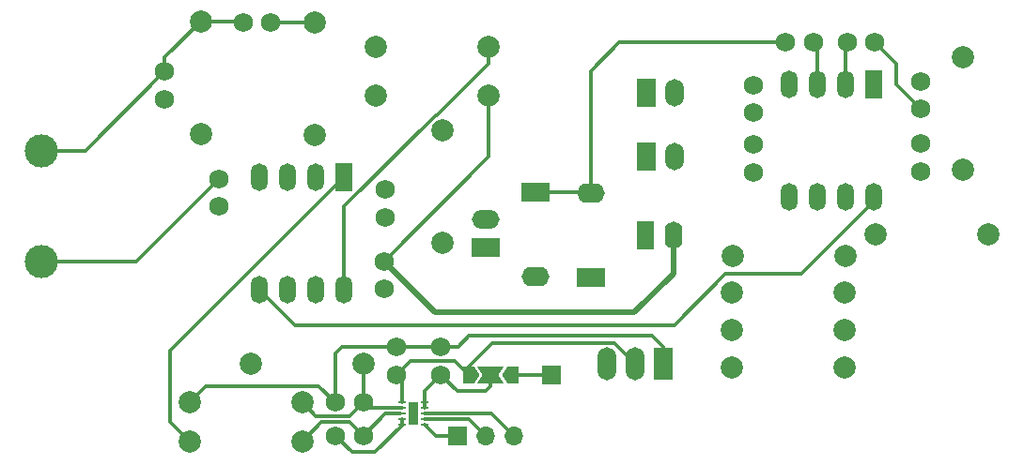
<source format=gtl>
%TF.GenerationSoftware,KiCad,Pcbnew,9.0.0*%
%TF.CreationDate,2025-03-10T12:33:28+01:00*%
%TF.ProjectId,project git rev,70726f6a-6563-4742-9067-697420726576,rev?*%
%TF.SameCoordinates,Original*%
%TF.FileFunction,Copper,L1,Top*%
%TF.FilePolarity,Positive*%
%FSLAX46Y46*%
G04 Gerber Fmt 4.6, Leading zero omitted, Abs format (unit mm)*
G04 Created by KiCad (PCBNEW 9.0.0) date 2025-03-10 12:33:28*
%MOMM*%
%LPD*%
G01*
G04 APERTURE LIST*
G04 Aperture macros list*
%AMRoundRect*
0 Rectangle with rounded corners*
0 $1 Rounding radius*
0 $2 $3 $4 $5 $6 $7 $8 $9 X,Y pos of 4 corners*
0 Add a 4 corners polygon primitive as box body*
4,1,4,$2,$3,$4,$5,$6,$7,$8,$9,$2,$3,0*
0 Add four circle primitives for the rounded corners*
1,1,$1+$1,$2,$3*
1,1,$1+$1,$4,$5*
1,1,$1+$1,$6,$7*
1,1,$1+$1,$8,$9*
0 Add four rect primitives between the rounded corners*
20,1,$1+$1,$2,$3,$4,$5,0*
20,1,$1+$1,$4,$5,$6,$7,0*
20,1,$1+$1,$6,$7,$8,$9,0*
20,1,$1+$1,$8,$9,$2,$3,0*%
%AMFreePoly0*
4,1,6,1.000000,0.000000,0.500000,-0.750000,-0.500000,-0.750000,-0.500000,0.750000,0.500000,0.750000,1.000000,0.000000,1.000000,0.000000,$1*%
%AMFreePoly1*
4,1,7,0.700000,0.000000,1.200000,-0.750000,-1.200000,-0.750000,-0.700000,0.000000,-1.200000,0.750000,1.200000,0.750000,0.700000,0.000000,0.700000,0.000000,$1*%
G04 Aperture macros list end*
%TA.AperFunction,ComponentPad*%
%ADD10C,2.000000*%
%TD*%
%TA.AperFunction,ComponentPad*%
%ADD11C,1.750000*%
%TD*%
%TA.AperFunction,SMDPad,CuDef*%
%ADD12FreePoly0,0.000000*%
%TD*%
%TA.AperFunction,SMDPad,CuDef*%
%ADD13FreePoly1,0.000000*%
%TD*%
%TA.AperFunction,SMDPad,CuDef*%
%ADD14FreePoly0,180.000000*%
%TD*%
%TA.AperFunction,ComponentPad*%
%ADD15R,2.500000X1.750000*%
%TD*%
%TA.AperFunction,ComponentPad*%
%ADD16O,2.500000X1.750000*%
%TD*%
%TA.AperFunction,ComponentPad*%
%ADD17R,1.700000X2.500000*%
%TD*%
%TA.AperFunction,ComponentPad*%
%ADD18O,1.700000X2.500000*%
%TD*%
%TA.AperFunction,ComponentPad*%
%ADD19R,2.500000X1.700000*%
%TD*%
%TA.AperFunction,ComponentPad*%
%ADD20O,2.500000X1.700000*%
%TD*%
%TA.AperFunction,ComponentPad*%
%ADD21R,1.700000X3.000000*%
%TD*%
%TA.AperFunction,ComponentPad*%
%ADD22O,1.700000X3.000000*%
%TD*%
%TA.AperFunction,ComponentPad*%
%ADD23R,1.700000X1.700000*%
%TD*%
%TA.AperFunction,ComponentPad*%
%ADD24O,1.700000X1.700000*%
%TD*%
%TA.AperFunction,ComponentPad*%
%ADD25C,3.000000*%
%TD*%
%TA.AperFunction,ComponentPad*%
%ADD26R,1.500000X2.500000*%
%TD*%
%TA.AperFunction,ComponentPad*%
%ADD27O,1.500000X2.500000*%
%TD*%
%TA.AperFunction,SMDPad,CuDef*%
%ADD28RoundRect,0.062500X-0.300000X-0.062500X0.300000X-0.062500X0.300000X0.062500X-0.300000X0.062500X0*%
%TD*%
%TA.AperFunction,HeatsinkPad*%
%ADD29R,0.900000X2.000000*%
%TD*%
%TA.AperFunction,ComponentPad*%
%ADD30R,1.600000X2.500000*%
%TD*%
%TA.AperFunction,ComponentPad*%
%ADD31O,1.600000X2.500000*%
%TD*%
%TA.AperFunction,Conductor*%
%ADD32C,0.300000*%
%TD*%
%TA.AperFunction,Conductor*%
%ADD33C,0.500000*%
%TD*%
G04 APERTURE END LIST*
D10*
%TO.P,R5,1*%
%TO.N,Net-(LM567CN1-Output)*%
X200800000Y-103350000D03*
%TO.P,R5,2*%
%TO.N,GND*%
X190640000Y-103350000D03*
%TD*%
D11*
%TO.P,C11,1*%
%TO.N,Net-(U1A--)*%
X146400000Y-99300000D03*
%TO.P,C11,2*%
%TO.N,MIC*%
X146400000Y-101800000D03*
%TD*%
D12*
%TO.P,JP1,1,A*%
%TO.N,+5V*%
X153945000Y-116000000D03*
D13*
%TO.P,JP1,2,C*%
%TO.N,Net-(JP1-C)*%
X155945000Y-116000000D03*
D14*
%TO.P,JP1,3,B*%
%TO.N,Net-(J3-Pin_1)*%
X157945000Y-116000000D03*
%TD*%
D11*
%TO.P,C9,1*%
%TO.N,+5V*%
X194650000Y-95150000D03*
%TO.P,C9,2*%
%TO.N,GND*%
X194650000Y-97650000D03*
%TD*%
D10*
%TO.P,R10,1*%
%TO.N,Net-(U2-AVdd)*%
X138945000Y-118500000D03*
%TO.P,R10,2*%
%TO.N,GND*%
X128785000Y-118500000D03*
%TD*%
D11*
%TO.P,C3,1*%
%TO.N,GND*%
X194650000Y-92000000D03*
%TO.P,C3,2*%
%TO.N,Net-(LM567CN1-Output_Filter)*%
X194650000Y-89500000D03*
%TD*%
%TO.P,C2,1*%
%TO.N,GND*%
X190550000Y-86000000D03*
%TO.P,C2,2*%
%TO.N,Net-(LM567CN1-Loop_Filter)*%
X188050000Y-86000000D03*
%TD*%
D10*
%TO.P,R13,1*%
%TO.N,Net-(LM567CN1-Timing_Capacitor)*%
X187850000Y-108580000D03*
%TO.P,R13,2*%
%TO.N,Net-(LM567CN1-Timing_Resistor)*%
X177690000Y-108580000D03*
%TD*%
D11*
%TO.P,C15,1*%
%TO.N,GND*%
X141945000Y-118500000D03*
%TO.P,C15,2*%
%TO.N,Net-(U2-AVdd)*%
X144445000Y-118500000D03*
%TD*%
D10*
%TO.P,R1,1*%
%TO.N,Net-(MK1-+)*%
X129800000Y-84100000D03*
%TO.P,R1,2*%
%TO.N,GND*%
X129800000Y-94260000D03*
%TD*%
%TO.P,R2,1*%
%TO.N,MIC*%
X151550000Y-104050000D03*
%TO.P,R2,2*%
%TO.N,Net-(U1A--)*%
X151550000Y-93890000D03*
%TD*%
D15*
%TO.P,D2,1,K*%
%TO.N,MIC*%
X164950000Y-107200000D03*
D16*
%TO.P,D2,2,A*%
%TO.N,Signal*%
X164950000Y-99580000D03*
%TD*%
D11*
%TO.P,C10,1*%
%TO.N,GND*%
X126550000Y-91100000D03*
%TO.P,C10,2*%
%TO.N,Net-(MK1-+)*%
X126550000Y-88600000D03*
%TD*%
D17*
%TO.P,J7,1,Pin_1*%
%TO.N,+5V*%
X169975000Y-90575000D03*
D18*
%TO.P,J7,2,Pin_2*%
%TO.N,GND*%
X172515000Y-90575000D03*
%TD*%
D10*
%TO.P,R6,1*%
%TO.N,MIC*%
X128785000Y-122000000D03*
%TO.P,R6,2*%
%TO.N,Net-(U2-Ain+)*%
X138945000Y-122000000D03*
%TD*%
%TO.P,R3,1*%
%TO.N,Net-(C5-Pad2)*%
X140100000Y-84220000D03*
%TO.P,R3,2*%
%TO.N,Net-(U1A--)*%
X140100000Y-94380000D03*
%TD*%
%TO.P,R7,1*%
%TO.N,Net-(U2-AVdd)*%
X144445000Y-115000000D03*
%TO.P,R7,2*%
%TO.N,+5V*%
X134285000Y-115000000D03*
%TD*%
%TO.P,R14,1*%
%TO.N,Net-(LM567CN1-Timing_Capacitor)*%
X187880000Y-105250000D03*
%TO.P,R14,2*%
%TO.N,Net-(LM567CN1-Timing_Resistor)*%
X177720000Y-105250000D03*
%TD*%
D11*
%TO.P,C4,1*%
%TO.N,GND*%
X179600000Y-92350000D03*
%TO.P,C4,2*%
%TO.N,+5V*%
X179600000Y-89850000D03*
%TD*%
D17*
%TO.P,J11,1,Pin_1*%
%TO.N,+5V*%
X169950000Y-96300000D03*
D18*
%TO.P,J11,2,Pin_2*%
%TO.N,GND*%
X172490000Y-96300000D03*
%TD*%
D11*
%TO.P,C6,1*%
%TO.N,+5V*%
X131425000Y-100800000D03*
%TO.P,C6,2*%
%TO.N,GND*%
X131425000Y-98300000D03*
%TD*%
%TO.P,C5,1*%
%TO.N,Net-(MK1-+)*%
X133600000Y-84200000D03*
%TO.P,C5,2*%
%TO.N,Net-(C5-Pad2)*%
X136100000Y-84200000D03*
%TD*%
D19*
%TO.P,J4,1,Pin_1*%
%TO.N,MIC*%
X155500000Y-104550000D03*
D20*
%TO.P,J4,2,Pin_2*%
%TO.N,Signal*%
X155500000Y-102010000D03*
%TD*%
D11*
%TO.P,C1,1*%
%TO.N,Net-(LM567CN1-Timing_Capacitor)*%
X179600000Y-97700000D03*
%TO.P,C1,2*%
%TO.N,GND*%
X179600000Y-95200000D03*
%TD*%
%TO.P,C12,1*%
%TO.N,Signal*%
X182500000Y-86000000D03*
%TO.P,C12,2*%
%TO.N,Net-(LM567CN1-Signal)*%
X185000000Y-86000000D03*
%TD*%
D21*
%TO.P,J1,1,Pin_1*%
%TO.N,GND*%
X171500000Y-115000000D03*
D22*
%TO.P,J1,2,Pin_2*%
%TO.N,+5V*%
X168960000Y-115000000D03*
%TO.P,J1,3,Pin_3*%
%TO.N,State*%
X166420000Y-115000000D03*
%TD*%
D10*
%TO.P,R8,1*%
%TO.N,Net-(U1A-+)*%
X145600000Y-90800000D03*
%TO.P,R8,2*%
%TO.N,GND*%
X155760000Y-90800000D03*
%TD*%
D11*
%TO.P,C13,1*%
%TO.N,Net-(U2-Ain+)*%
X144445000Y-121500000D03*
%TO.P,C13,2*%
%TO.N,GND*%
X141945000Y-121500000D03*
%TD*%
D23*
%TO.P,J2,1,Pin_1*%
%TO.N,Net-(J2-Pin_1)*%
X152920000Y-121500000D03*
D24*
%TO.P,J2,2,Pin_2*%
%TO.N,Net-(J2-Pin_2)*%
X155460000Y-121500000D03*
%TO.P,J2,3,Pin_3*%
%TO.N,Net-(J2-Pin_3)*%
X158000000Y-121500000D03*
%TD*%
D25*
%TO.P,MK1,1,-*%
%TO.N,GND*%
X115407163Y-105750000D03*
%TO.P,MK1,2,+*%
%TO.N,Net-(MK1-+)*%
X115407163Y-95750000D03*
%TD*%
D11*
%TO.P,C16,1*%
%TO.N,+5V*%
X147445000Y-116000000D03*
%TO.P,C16,2*%
%TO.N,GND*%
X147445000Y-113500000D03*
%TD*%
D26*
%TO.P,LM567CN1,1,Output_Filter*%
%TO.N,Net-(LM567CN1-Output_Filter)*%
X190450000Y-89800000D03*
D27*
%TO.P,LM567CN1,2,Loop_Filter*%
%TO.N,Net-(LM567CN1-Loop_Filter)*%
X187910000Y-89800000D03*
%TO.P,LM567CN1,3,Signal*%
%TO.N,Net-(LM567CN1-Signal)*%
X185370000Y-89800000D03*
%TO.P,LM567CN1,4,V+*%
%TO.N,+5V*%
X182830000Y-89800000D03*
%TO.P,LM567CN1,5,Timing_Resistor*%
%TO.N,Net-(LM567CN1-Timing_Resistor)*%
X182830000Y-99960000D03*
%TO.P,LM567CN1,6,Timing_Capacitor*%
%TO.N,Net-(LM567CN1-Timing_Capacitor)*%
X185370000Y-99960000D03*
%TO.P,LM567CN1,7,GND*%
%TO.N,GND*%
X187910000Y-99960000D03*
%TO.P,LM567CN1,8,Output*%
%TO.N,Net-(LM567CN1-Output)*%
X190450000Y-99960000D03*
%TD*%
D15*
%TO.P,D1,1,K*%
%TO.N,Signal*%
X160000000Y-99490000D03*
D16*
%TO.P,D1,2,A*%
%TO.N,MIC*%
X160000000Y-107110000D03*
%TD*%
D11*
%TO.P,C14,1*%
%TO.N,Net-(JP1-C)*%
X151445000Y-116000000D03*
%TO.P,C14,2*%
%TO.N,GND*%
X151445000Y-113500000D03*
%TD*%
D23*
%TO.P,J3,1,Pin_1*%
%TO.N,Net-(J3-Pin_1)*%
X161445000Y-116000000D03*
%TD*%
D28*
%TO.P,U2,1,Vref*%
%TO.N,+5V*%
X147945000Y-118500000D03*
%TO.P,U2,2,AVdd*%
%TO.N,Net-(U2-AVdd)*%
X147945000Y-119000000D03*
%TO.P,U2,3,Ain+*%
%TO.N,Net-(U2-Ain+)*%
X147945000Y-119500000D03*
%TO.P,U2,4,Ain-*%
%TO.N,GND*%
X147945000Y-120000000D03*
%TO.P,U2,5,GND*%
X147945000Y-120500000D03*
%TO.P,U2,6,CNVST*%
%TO.N,Net-(J2-Pin_1)*%
X149970000Y-120500000D03*
%TO.P,U2,7,SDO*%
%TO.N,Net-(J2-Pin_2)*%
X149970000Y-120000000D03*
%TO.P,U2,8,SCLK*%
%TO.N,Net-(J2-Pin_3)*%
X149970000Y-119500000D03*
%TO.P,U2,9,SDI*%
%TO.N,Net-(JP1-C)*%
X149970000Y-119000000D03*
%TO.P,U2,10,DVio*%
X149970000Y-118500000D03*
D29*
%TO.P,U2,11*%
%TO.N,N/C*%
X148957500Y-119500000D03*
%TD*%
D26*
%TO.P,U1,1*%
%TO.N,MIC*%
X142710000Y-98120000D03*
D27*
%TO.P,U1,2,-*%
%TO.N,Net-(U1A--)*%
X140170000Y-98120000D03*
%TO.P,U1,3,+*%
%TO.N,Net-(U1A-+)*%
X137630000Y-98120000D03*
%TO.P,U1,4,V-*%
%TO.N,GND*%
X135090000Y-98120000D03*
%TO.P,U1,5,+*%
%TO.N,Net-(LM567CN1-Output)*%
X135090000Y-108280000D03*
%TO.P,U1,6,-*%
%TO.N,State*%
X137630000Y-108280000D03*
%TO.P,U1,7*%
X140170000Y-108280000D03*
%TO.P,U1,8,V+*%
%TO.N,+5V*%
X142710000Y-108280000D03*
%TD*%
D10*
%TO.P,R4,1*%
%TO.N,Net-(LM567CN1-Output)*%
X198500000Y-97500000D03*
%TO.P,R4,2*%
%TO.N,+5V*%
X198500000Y-87340000D03*
%TD*%
%TO.P,R12,1*%
%TO.N,Net-(LM567CN1-Timing_Capacitor)*%
X187850000Y-111980000D03*
%TO.P,R12,2*%
%TO.N,Net-(LM567CN1-Timing_Resistor)*%
X177690000Y-111980000D03*
%TD*%
%TO.P,R11,1*%
%TO.N,Net-(LM567CN1-Timing_Capacitor)*%
X187850000Y-115330000D03*
%TO.P,R11,2*%
%TO.N,Net-(LM567CN1-Timing_Resistor)*%
X177690000Y-115330000D03*
%TD*%
D11*
%TO.P,C7,1*%
%TO.N,GND*%
X146300000Y-105750000D03*
%TO.P,C7,2*%
%TO.N,+5V*%
X146300000Y-108250000D03*
%TD*%
D30*
%TO.P,C8,1*%
%TO.N,+5V*%
X169900000Y-103450000D03*
D31*
%TO.P,C8,2*%
%TO.N,GND*%
X172400000Y-103450000D03*
%TD*%
D10*
%TO.P,R9,1*%
%TO.N,+5V*%
X155750000Y-86350000D03*
%TO.P,R9,2*%
%TO.N,Net-(U1A-+)*%
X145590000Y-86350000D03*
%TD*%
D32*
%TO.N,GND*%
X115407163Y-105750000D02*
X123975000Y-105750000D01*
X123975000Y-105750000D02*
X131425000Y-98300000D01*
%TO.N,Net-(MK1-+)*%
X115407163Y-95750000D02*
X119400000Y-95750000D01*
X119400000Y-95750000D02*
X126550000Y-88600000D01*
%TO.N,GND*%
X154000000Y-112500000D02*
X153000000Y-113500000D01*
X153000000Y-113500000D02*
X151445000Y-113500000D01*
X141945000Y-118500000D02*
X141945000Y-114055000D01*
X171500000Y-113500000D02*
X170500000Y-112500000D01*
X194650000Y-92000000D02*
X192450000Y-89800000D01*
X142500000Y-113500000D02*
X147445000Y-113500000D01*
X147945000Y-120500000D02*
X147945000Y-120555000D01*
X155760000Y-90800000D02*
X155760000Y-96290000D01*
X171500000Y-115000000D02*
X171500000Y-113500000D01*
X194650000Y-91337436D02*
X194650000Y-92000000D01*
X140445000Y-117000000D02*
X141945000Y-118500000D01*
X145500000Y-123000000D02*
X143445000Y-123000000D01*
D33*
X146300000Y-105750000D02*
X150900000Y-110350000D01*
D32*
X147945000Y-120555000D02*
X145500000Y-123000000D01*
X147945000Y-120500000D02*
X147945000Y-120000000D01*
X143445000Y-123000000D02*
X141945000Y-121500000D01*
X170500000Y-112500000D02*
X154000000Y-112500000D01*
X128785000Y-118500000D02*
X130285000Y-117000000D01*
X130285000Y-117000000D02*
X140445000Y-117000000D01*
D33*
X172400000Y-106850000D02*
X172400000Y-103450000D01*
D32*
X155760000Y-96290000D02*
X146300000Y-105750000D01*
X147445000Y-113500000D02*
X151445000Y-113500000D01*
X141945000Y-114055000D02*
X142500000Y-113500000D01*
D33*
X150900000Y-110350000D02*
X168900000Y-110350000D01*
D32*
X192450000Y-89800000D02*
X192450000Y-87900000D01*
D33*
X168900000Y-110350000D02*
X172400000Y-106850000D01*
D32*
X192450000Y-87900000D02*
X190550000Y-86000000D01*
%TO.N,Net-(LM567CN1-Loop_Filter)*%
X187910000Y-86140000D02*
X188050000Y-86000000D01*
D33*
X187910000Y-86640000D02*
X188050000Y-86500000D01*
D32*
X187910000Y-89800000D02*
X187910000Y-86140000D01*
%TO.N,Net-(LM567CN1-Output_Filter)*%
X190450000Y-89800000D02*
X190450000Y-89200000D01*
%TO.N,+5V*%
X167109000Y-113149000D02*
X168960000Y-115000000D01*
X150990397Y-92539000D02*
X151111000Y-92539000D01*
X156041000Y-113149000D02*
X167109000Y-113149000D01*
X148671000Y-114774000D02*
X147445000Y-116000000D01*
X147945000Y-118500000D02*
X147945000Y-116500000D01*
X147945000Y-116500000D02*
X147445000Y-116000000D01*
X142710000Y-100819397D02*
X150990397Y-92539000D01*
X151111000Y-92539000D02*
X155750000Y-87900000D01*
X152719000Y-114774000D02*
X148671000Y-114774000D01*
X155750000Y-87900000D02*
X155750000Y-86350000D01*
X153945000Y-116000000D02*
X152719000Y-114774000D01*
X142710000Y-108280000D02*
X142710000Y-100819397D01*
X153945000Y-115245000D02*
X156041000Y-113149000D01*
X153945000Y-116000000D02*
X153945000Y-115245000D01*
%TO.N,Net-(MK1-+)*%
X126550000Y-88600000D02*
X126550000Y-87350000D01*
X129800000Y-84100000D02*
X133500000Y-84100000D01*
X126550000Y-87350000D02*
X129800000Y-84100000D01*
D33*
X133500000Y-84100000D02*
X133600000Y-84200000D01*
D32*
%TO.N,Net-(C5-Pad2)*%
X136100000Y-84200000D02*
X140080000Y-84200000D01*
D33*
X140080000Y-84200000D02*
X140100000Y-84220000D01*
D32*
%TO.N,Signal*%
X182500000Y-86000000D02*
X167500000Y-86000000D01*
X167500000Y-86000000D02*
X164950000Y-88550000D01*
X164950000Y-88550000D02*
X164950000Y-99580000D01*
X164860000Y-99490000D02*
X164950000Y-99580000D01*
X160000000Y-99490000D02*
X162400000Y-99490000D01*
X162400000Y-99490000D02*
X164860000Y-99490000D01*
%TO.N,Net-(LM567CN1-Output)*%
X135090000Y-108280000D02*
X138310000Y-111500000D01*
X138310000Y-111500000D02*
X172500000Y-111500000D01*
X177100000Y-106900000D02*
X183900000Y-106900000D01*
X172500000Y-111500000D02*
X177100000Y-106900000D01*
X183900000Y-106900000D02*
X190450000Y-100350000D01*
X190450000Y-100350000D02*
X190450000Y-99960000D01*
%TO.N,Net-(LM567CN1-Signal)*%
X185000000Y-86000000D02*
X185500000Y-86500000D01*
X185000000Y-89430000D02*
X185370000Y-89800000D01*
X185370000Y-89800000D02*
X185370000Y-86370000D01*
X185370000Y-86370000D02*
X185000000Y-86000000D01*
%TO.N,MIC*%
X127000000Y-113830000D02*
X142710000Y-98120000D01*
X127000000Y-120215000D02*
X127000000Y-113830000D01*
X128785000Y-122000000D02*
X127000000Y-120215000D01*
%TO.N,Net-(U2-Ain+)*%
X143219000Y-120274000D02*
X144445000Y-121500000D01*
X144445000Y-121500000D02*
X146444000Y-119501000D01*
X140671000Y-120274000D02*
X143219000Y-120274000D01*
X138945000Y-122000000D02*
X140671000Y-120274000D01*
X146444000Y-119501000D02*
X147735479Y-119501000D01*
%TO.N,Net-(JP1-C)*%
X155945000Y-117055000D02*
X155500000Y-117500000D01*
X155945000Y-116000000D02*
X155945000Y-117055000D01*
X155500000Y-117500000D02*
X152945000Y-117500000D01*
X152945000Y-117500000D02*
X151445000Y-116000000D01*
X149970000Y-118500000D02*
X149970000Y-119000000D01*
X151445000Y-116000000D02*
X149970000Y-117475000D01*
X149970000Y-117475000D02*
X149970000Y-118500000D01*
%TO.N,Net-(U2-AVdd)*%
X140171000Y-119726000D02*
X143219000Y-119726000D01*
X147945000Y-119000000D02*
X144945000Y-119000000D01*
X144445000Y-118500000D02*
X144445000Y-115000000D01*
X138945000Y-118500000D02*
X140171000Y-119726000D01*
X144945000Y-119000000D02*
X144445000Y-118500000D01*
X143219000Y-119726000D02*
X144445000Y-118500000D01*
%TO.N,Net-(J2-Pin_3)*%
X156000000Y-119500000D02*
X158000000Y-121500000D01*
X149970000Y-119500000D02*
X156000000Y-119500000D01*
%TO.N,Net-(J2-Pin_1)*%
X152920000Y-121500000D02*
X150970000Y-121500000D01*
X150970000Y-121500000D02*
X149970000Y-120500000D01*
%TO.N,Net-(J2-Pin_2)*%
X155460000Y-121500000D02*
X153960000Y-120000000D01*
X153960000Y-120000000D02*
X149970000Y-120000000D01*
%TO.N,Net-(J3-Pin_1)*%
X161445000Y-116000000D02*
X157945000Y-116000000D01*
%TD*%
M02*

</source>
